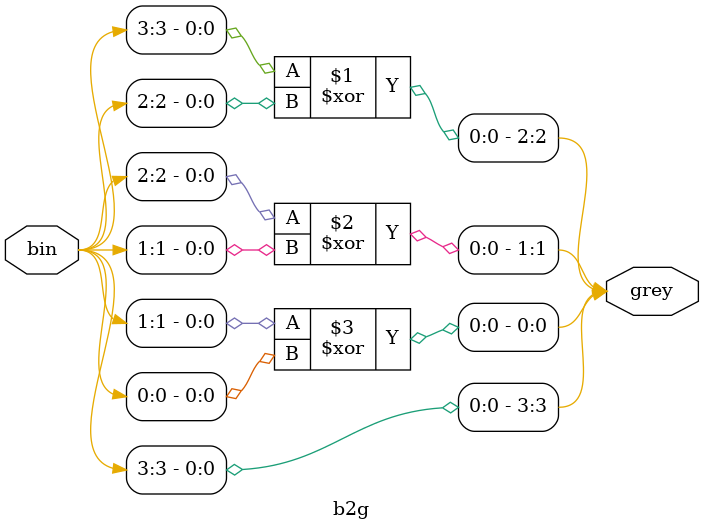
<source format=v>
`timescale 1ns / 1ps



module b2g(
    output [3:0] grey,
    input [3:0] bin
    );
    
    assign grey[3]=bin[3];
    assign grey[2]=bin[3]^bin[2];
    assign grey[1]=bin[2]^bin[1];
    assign grey[0]=bin[1]^bin[0];
    
endmodule

</source>
